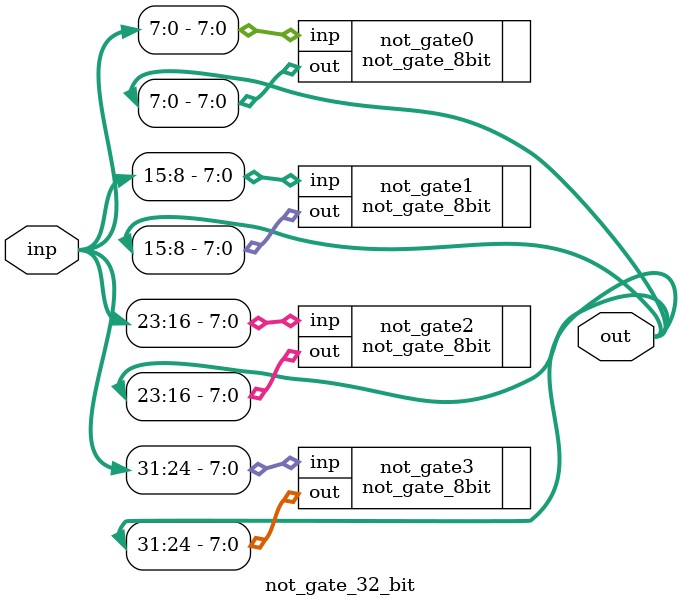
<source format=v>
module not_gate_32_bit (
    input [31:0] inp,
    output [31:0] out
);

    not_gate_8bit not_gate0 (.inp(inp[7:0]),.out(out[7:0]));
    not_gate_8bit not_gate1 (.inp(inp[15:8]),.out(out[15:8]));
    not_gate_8bit not_gate2 (.inp(inp[23:16]),.out(out[23:16]));
    not_gate_8bit not_gate3 (.inp(inp[31:24]),.out(out[31:24]));
    
endmodule
</source>
